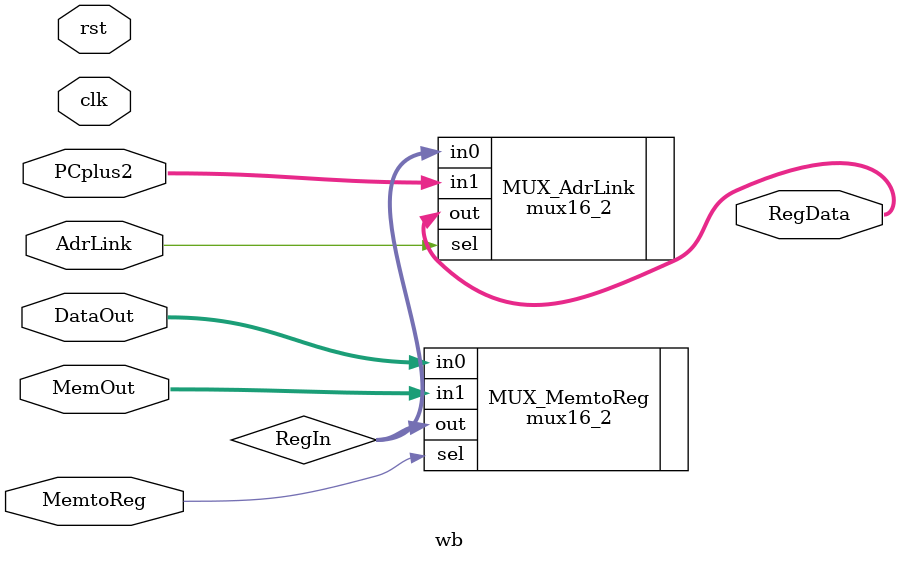
<source format=v>
/*
   CS/ECE 552 Spring '20
  
   Filename        : wb.v
   Description     : This is the module for the overall Write Back stage of the processor.
*/
module wb (clk, rst, DataOut, MemOut, PCplus2, MemtoReg, AdrLink, RegData);

//////////////
// SIGNALS //
////////////

      // clk/rst
      input clk, rst;

      // data inputs
      input [15:0] DataOut; // from execute 
      input [15:0] MemOut; // from memory
      input [15:0] PCplus2; // from fetch

      // control inputs
      input MemtoReg, AdrLink;

      // data outputs
      output [15:0] RegData; // to decode
      
      wire [15:0] RegIn;
   

//////////////
// MODULES //
////////////

      mux16_2 MUX_MemtoReg(.out(RegIn), .in0(DataOut), .in1(MemOut), .sel(MemtoReg));
      mux16_2 MUX_AdrLink(.out(RegData), .in0(RegIn), .in1(PCplus2), .sel(AdrLink));
   
endmodule

</source>
